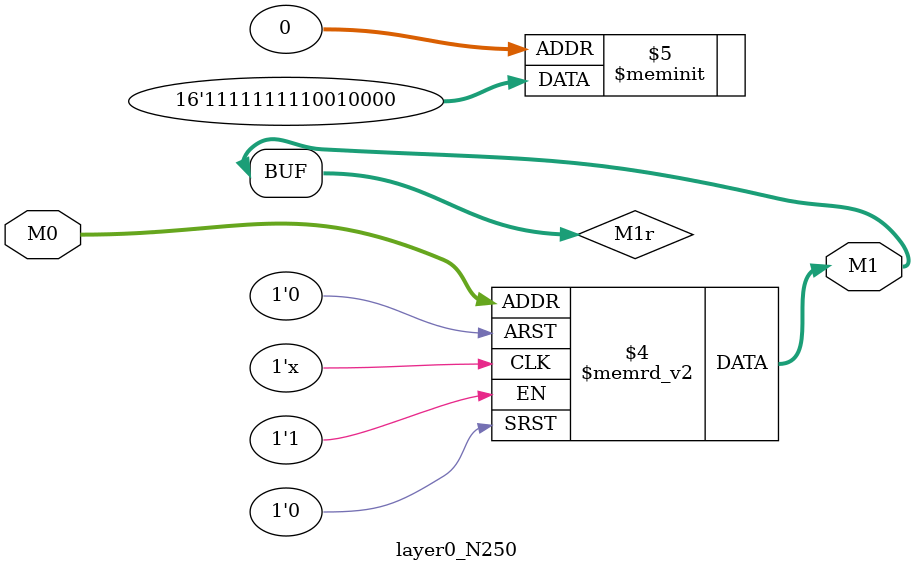
<source format=v>
module layer0_N250 ( input [2:0] M0, output [1:0] M1 );

	(*rom_style = "distributed" *) reg [1:0] M1r;
	assign M1 = M1r;
	always @ (M0) begin
		case (M0)
			3'b000: M1r = 2'b00;
			3'b100: M1r = 2'b11;
			3'b010: M1r = 2'b01;
			3'b110: M1r = 2'b11;
			3'b001: M1r = 2'b00;
			3'b101: M1r = 2'b11;
			3'b011: M1r = 2'b10;
			3'b111: M1r = 2'b11;

		endcase
	end
endmodule

</source>
